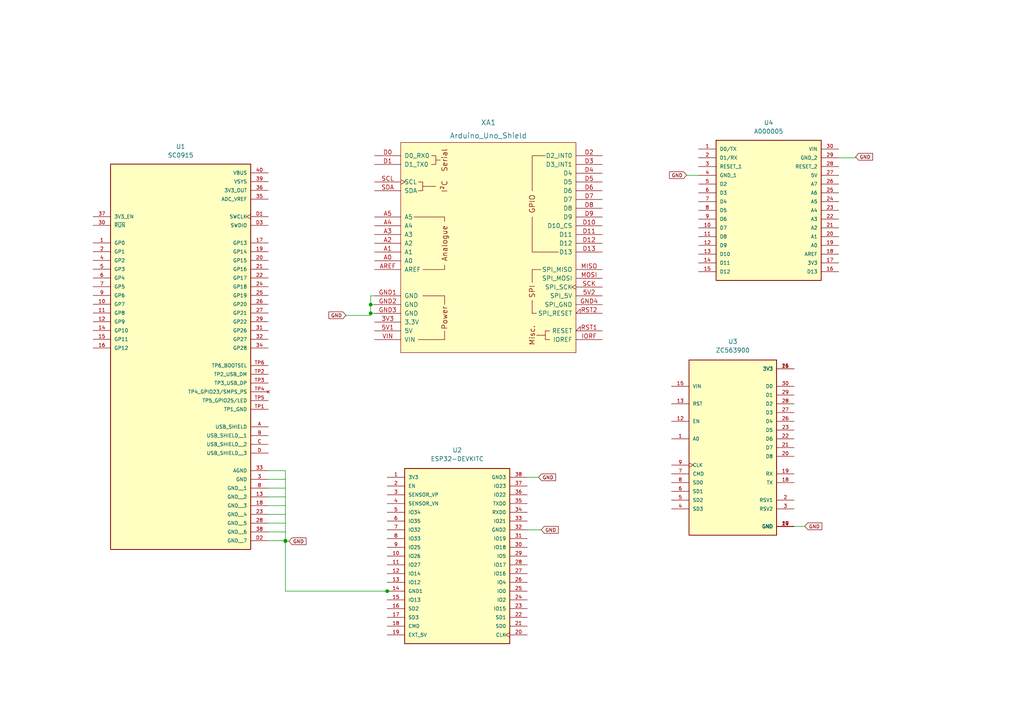
<source format=kicad_sch>
(kicad_sch (version 20211123) (generator eeschema)

  (uuid 2df7122c-9b00-44ca-8943-b51d14346ad9)

  (paper "A4")

  (lib_symbols
    (symbol "Arduino-nano:A000005" (pin_names (offset 1.016)) (in_bom yes) (on_board yes)
      (property "Reference" "U" (id 0) (at -15.2534 21.1154 0)
        (effects (font (size 1.27 1.27)) (justify left bottom))
      )
      (property "Value" "A000005" (id 1) (at -15.2429 -22.8688 0)
        (effects (font (size 1.27 1.27)) (justify left bottom))
      )
      (property "Footprint" "MODULE_A000005" (id 2) (at 0 0 0)
        (effects (font (size 1.27 1.27)) (justify bottom) hide)
      )
      (property "Datasheet" "" (id 3) (at 0 0 0)
        (effects (font (size 1.27 1.27)) hide)
      )
      (property "MANUFACTURER" "Arduino" (id 4) (at 0 0 0)
        (effects (font (size 1.27 1.27)) (justify bottom) hide)
      )
      (property "PARTREV" "23/03/2020" (id 5) (at 0 0 0)
        (effects (font (size 1.27 1.27)) (justify bottom) hide)
      )
      (property "MAXIMUM_PACKAGE_HEIGHT" "N/A" (id 6) (at 0 0 0)
        (effects (font (size 1.27 1.27)) (justify bottom) hide)
      )
      (property "STANDARD" "Manufacturer Recommendations" (id 7) (at 0 0 0)
        (effects (font (size 1.27 1.27)) (justify bottom) hide)
      )
      (symbol "A000005_0_0"
        (rectangle (start -15.24 -20.32) (end 15.24 20.32)
          (stroke (width 0.254) (type default) (color 0 0 0 0))
          (fill (type background))
        )
        (pin bidirectional line (at -20.32 17.78 0) (length 5.08)
          (name "D0/TX" (effects (font (size 1.016 1.016))))
          (number "1" (effects (font (size 1.016 1.016))))
        )
        (pin bidirectional line (at -20.32 -5.08 0) (length 5.08)
          (name "D7" (effects (font (size 1.016 1.016))))
          (number "10" (effects (font (size 1.016 1.016))))
        )
        (pin bidirectional line (at -20.32 -7.62 0) (length 5.08)
          (name "D8" (effects (font (size 1.016 1.016))))
          (number "11" (effects (font (size 1.016 1.016))))
        )
        (pin bidirectional line (at -20.32 -10.16 0) (length 5.08)
          (name "D9" (effects (font (size 1.016 1.016))))
          (number "12" (effects (font (size 1.016 1.016))))
        )
        (pin bidirectional line (at -20.32 -12.7 0) (length 5.08)
          (name "D10" (effects (font (size 1.016 1.016))))
          (number "13" (effects (font (size 1.016 1.016))))
        )
        (pin bidirectional line (at -20.32 -15.24 0) (length 5.08)
          (name "D11" (effects (font (size 1.016 1.016))))
          (number "14" (effects (font (size 1.016 1.016))))
        )
        (pin bidirectional line (at -20.32 -17.78 0) (length 5.08)
          (name "D12" (effects (font (size 1.016 1.016))))
          (number "15" (effects (font (size 1.016 1.016))))
        )
        (pin bidirectional line (at 20.32 -17.78 180) (length 5.08)
          (name "D13" (effects (font (size 1.016 1.016))))
          (number "16" (effects (font (size 1.016 1.016))))
        )
        (pin power_in line (at 20.32 -15.24 180) (length 5.08)
          (name "3V3" (effects (font (size 1.016 1.016))))
          (number "17" (effects (font (size 1.016 1.016))))
        )
        (pin input line (at 20.32 -12.7 180) (length 5.08)
          (name "AREF" (effects (font (size 1.016 1.016))))
          (number "18" (effects (font (size 1.016 1.016))))
        )
        (pin input line (at 20.32 -10.16 180) (length 5.08)
          (name "A0" (effects (font (size 1.016 1.016))))
          (number "19" (effects (font (size 1.016 1.016))))
        )
        (pin bidirectional line (at -20.32 15.24 0) (length 5.08)
          (name "D1/RX" (effects (font (size 1.016 1.016))))
          (number "2" (effects (font (size 1.016 1.016))))
        )
        (pin input line (at 20.32 -7.62 180) (length 5.08)
          (name "A1" (effects (font (size 1.016 1.016))))
          (number "20" (effects (font (size 1.016 1.016))))
        )
        (pin input line (at 20.32 -5.08 180) (length 5.08)
          (name "A2" (effects (font (size 1.016 1.016))))
          (number "21" (effects (font (size 1.016 1.016))))
        )
        (pin input line (at 20.32 -2.54 180) (length 5.08)
          (name "A3" (effects (font (size 1.016 1.016))))
          (number "22" (effects (font (size 1.016 1.016))))
        )
        (pin input line (at 20.32 0 180) (length 5.08)
          (name "A4" (effects (font (size 1.016 1.016))))
          (number "23" (effects (font (size 1.016 1.016))))
        )
        (pin input line (at 20.32 2.54 180) (length 5.08)
          (name "A5" (effects (font (size 1.016 1.016))))
          (number "24" (effects (font (size 1.016 1.016))))
        )
        (pin input line (at 20.32 5.08 180) (length 5.08)
          (name "A6" (effects (font (size 1.016 1.016))))
          (number "25" (effects (font (size 1.016 1.016))))
        )
        (pin input line (at 20.32 7.62 180) (length 5.08)
          (name "A7" (effects (font (size 1.016 1.016))))
          (number "26" (effects (font (size 1.016 1.016))))
        )
        (pin power_in line (at 20.32 10.16 180) (length 5.08)
          (name "5V" (effects (font (size 1.016 1.016))))
          (number "27" (effects (font (size 1.016 1.016))))
        )
        (pin input line (at 20.32 12.7 180) (length 5.08)
          (name "RESET_2" (effects (font (size 1.016 1.016))))
          (number "28" (effects (font (size 1.016 1.016))))
        )
        (pin power_in line (at 20.32 15.24 180) (length 5.08)
          (name "GND_2" (effects (font (size 1.016 1.016))))
          (number "29" (effects (font (size 1.016 1.016))))
        )
        (pin input line (at -20.32 12.7 0) (length 5.08)
          (name "RESET_1" (effects (font (size 1.016 1.016))))
          (number "3" (effects (font (size 1.016 1.016))))
        )
        (pin power_in line (at 20.32 17.78 180) (length 5.08)
          (name "VIN" (effects (font (size 1.016 1.016))))
          (number "30" (effects (font (size 1.016 1.016))))
        )
        (pin power_in line (at -20.32 10.16 0) (length 5.08)
          (name "GND_1" (effects (font (size 1.016 1.016))))
          (number "4" (effects (font (size 1.016 1.016))))
        )
        (pin bidirectional line (at -20.32 7.62 0) (length 5.08)
          (name "D2" (effects (font (size 1.016 1.016))))
          (number "5" (effects (font (size 1.016 1.016))))
        )
        (pin bidirectional line (at -20.32 5.08 0) (length 5.08)
          (name "D3" (effects (font (size 1.016 1.016))))
          (number "6" (effects (font (size 1.016 1.016))))
        )
        (pin bidirectional line (at -20.32 2.54 0) (length 5.08)
          (name "D4" (effects (font (size 1.016 1.016))))
          (number "7" (effects (font (size 1.016 1.016))))
        )
        (pin bidirectional line (at -20.32 0 0) (length 5.08)
          (name "D5" (effects (font (size 1.016 1.016))))
          (number "8" (effects (font (size 1.016 1.016))))
        )
        (pin bidirectional line (at -20.32 -2.54 0) (length 5.08)
          (name "D6" (effects (font (size 1.016 1.016))))
          (number "9" (effects (font (size 1.016 1.016))))
        )
      )
    )
    (symbol "ESP32-DEVKITC:ESP32-DEVKITC" (pin_names (offset 1.016)) (in_bom yes) (on_board yes)
      (property "Reference" "U" (id 0) (at -15.2572 26.0643 0)
        (effects (font (size 1.27 1.27)) (justify left bottom))
      )
      (property "Value" "ESP32-DEVKITC" (id 1) (at -15.2563 -27.9698 0)
        (effects (font (size 1.27 1.27)) (justify left bottom))
      )
      (property "Footprint" "MODULE_ESP32-DEVKITC" (id 2) (at 0 0 0)
        (effects (font (size 1.27 1.27)) (justify bottom) hide)
      )
      (property "Datasheet" "" (id 3) (at 0 0 0)
        (effects (font (size 1.27 1.27)) hide)
      )
      (property "STANDARD" "Manufacturer Recommendations" (id 4) (at 0 0 0)
        (effects (font (size 1.27 1.27)) (justify bottom) hide)
      )
      (property "MANUFACTURER" "ESPRESSIF" (id 5) (at 0 0 0)
        (effects (font (size 1.27 1.27)) (justify bottom) hide)
      )
      (property "PARTREV" "N/A" (id 6) (at 0 0 0)
        (effects (font (size 1.27 1.27)) (justify bottom) hide)
      )
      (symbol "ESP32-DEVKITC_0_0"
        (rectangle (start -15.24 -25.4) (end 15.24 25.4)
          (stroke (width 0.254) (type default) (color 0 0 0 0))
          (fill (type background))
        )
        (pin power_in line (at -20.32 22.86 0) (length 5.08)
          (name "3V3" (effects (font (size 1.016 1.016))))
          (number "1" (effects (font (size 1.016 1.016))))
        )
        (pin bidirectional line (at -20.32 0 0) (length 5.08)
          (name "IO26" (effects (font (size 1.016 1.016))))
          (number "10" (effects (font (size 1.016 1.016))))
        )
        (pin bidirectional line (at -20.32 -2.54 0) (length 5.08)
          (name "IO27" (effects (font (size 1.016 1.016))))
          (number "11" (effects (font (size 1.016 1.016))))
        )
        (pin bidirectional line (at -20.32 -5.08 0) (length 5.08)
          (name "IO14" (effects (font (size 1.016 1.016))))
          (number "12" (effects (font (size 1.016 1.016))))
        )
        (pin bidirectional line (at -20.32 -7.62 0) (length 5.08)
          (name "IO12" (effects (font (size 1.016 1.016))))
          (number "13" (effects (font (size 1.016 1.016))))
        )
        (pin power_in line (at -20.32 -10.16 0) (length 5.08)
          (name "GND1" (effects (font (size 1.016 1.016))))
          (number "14" (effects (font (size 1.016 1.016))))
        )
        (pin bidirectional line (at -20.32 -12.7 0) (length 5.08)
          (name "IO13" (effects (font (size 1.016 1.016))))
          (number "15" (effects (font (size 1.016 1.016))))
        )
        (pin bidirectional line (at -20.32 -15.24 0) (length 5.08)
          (name "SD2" (effects (font (size 1.016 1.016))))
          (number "16" (effects (font (size 1.016 1.016))))
        )
        (pin bidirectional line (at -20.32 -17.78 0) (length 5.08)
          (name "SD3" (effects (font (size 1.016 1.016))))
          (number "17" (effects (font (size 1.016 1.016))))
        )
        (pin bidirectional line (at -20.32 -20.32 0) (length 5.08)
          (name "CMD" (effects (font (size 1.016 1.016))))
          (number "18" (effects (font (size 1.016 1.016))))
        )
        (pin power_in line (at -20.32 -22.86 0) (length 5.08)
          (name "EXT_5V" (effects (font (size 1.016 1.016))))
          (number "19" (effects (font (size 1.016 1.016))))
        )
        (pin input line (at -20.32 20.32 0) (length 5.08)
          (name "EN" (effects (font (size 1.016 1.016))))
          (number "2" (effects (font (size 1.016 1.016))))
        )
        (pin input clock (at 20.32 -22.86 180) (length 5.08)
          (name "CLK" (effects (font (size 1.016 1.016))))
          (number "20" (effects (font (size 1.016 1.016))))
        )
        (pin bidirectional line (at 20.32 -20.32 180) (length 5.08)
          (name "SD0" (effects (font (size 1.016 1.016))))
          (number "21" (effects (font (size 1.016 1.016))))
        )
        (pin bidirectional line (at 20.32 -17.78 180) (length 5.08)
          (name "SD1" (effects (font (size 1.016 1.016))))
          (number "22" (effects (font (size 1.016 1.016))))
        )
        (pin bidirectional line (at 20.32 -15.24 180) (length 5.08)
          (name "IO15" (effects (font (size 1.016 1.016))))
          (number "23" (effects (font (size 1.016 1.016))))
        )
        (pin bidirectional line (at 20.32 -12.7 180) (length 5.08)
          (name "IO2" (effects (font (size 1.016 1.016))))
          (number "24" (effects (font (size 1.016 1.016))))
        )
        (pin bidirectional line (at 20.32 -10.16 180) (length 5.08)
          (name "IO0" (effects (font (size 1.016 1.016))))
          (number "25" (effects (font (size 1.016 1.016))))
        )
        (pin bidirectional line (at 20.32 -7.62 180) (length 5.08)
          (name "IO4" (effects (font (size 1.016 1.016))))
          (number "26" (effects (font (size 1.016 1.016))))
        )
        (pin bidirectional line (at 20.32 -5.08 180) (length 5.08)
          (name "IO16" (effects (font (size 1.016 1.016))))
          (number "27" (effects (font (size 1.016 1.016))))
        )
        (pin bidirectional line (at 20.32 -2.54 180) (length 5.08)
          (name "IO17" (effects (font (size 1.016 1.016))))
          (number "28" (effects (font (size 1.016 1.016))))
        )
        (pin bidirectional line (at 20.32 0 180) (length 5.08)
          (name "IO5" (effects (font (size 1.016 1.016))))
          (number "29" (effects (font (size 1.016 1.016))))
        )
        (pin input line (at -20.32 17.78 0) (length 5.08)
          (name "SENSOR_VP" (effects (font (size 1.016 1.016))))
          (number "3" (effects (font (size 1.016 1.016))))
        )
        (pin bidirectional line (at 20.32 2.54 180) (length 5.08)
          (name "IO18" (effects (font (size 1.016 1.016))))
          (number "30" (effects (font (size 1.016 1.016))))
        )
        (pin bidirectional line (at 20.32 5.08 180) (length 5.08)
          (name "IO19" (effects (font (size 1.016 1.016))))
          (number "31" (effects (font (size 1.016 1.016))))
        )
        (pin power_in line (at 20.32 7.62 180) (length 5.08)
          (name "GND2" (effects (font (size 1.016 1.016))))
          (number "32" (effects (font (size 1.016 1.016))))
        )
        (pin bidirectional line (at 20.32 10.16 180) (length 5.08)
          (name "IO21" (effects (font (size 1.016 1.016))))
          (number "33" (effects (font (size 1.016 1.016))))
        )
        (pin input line (at 20.32 12.7 180) (length 5.08)
          (name "RXD0" (effects (font (size 1.016 1.016))))
          (number "34" (effects (font (size 1.016 1.016))))
        )
        (pin output line (at 20.32 15.24 180) (length 5.08)
          (name "TXD0" (effects (font (size 1.016 1.016))))
          (number "35" (effects (font (size 1.016 1.016))))
        )
        (pin bidirectional line (at 20.32 17.78 180) (length 5.08)
          (name "IO22" (effects (font (size 1.016 1.016))))
          (number "36" (effects (font (size 1.016 1.016))))
        )
        (pin bidirectional line (at 20.32 20.32 180) (length 5.08)
          (name "IO23" (effects (font (size 1.016 1.016))))
          (number "37" (effects (font (size 1.016 1.016))))
        )
        (pin power_in line (at 20.32 22.86 180) (length 5.08)
          (name "GND3" (effects (font (size 1.016 1.016))))
          (number "38" (effects (font (size 1.016 1.016))))
        )
        (pin input line (at -20.32 15.24 0) (length 5.08)
          (name "SENSOR_VN" (effects (font (size 1.016 1.016))))
          (number "4" (effects (font (size 1.016 1.016))))
        )
        (pin bidirectional line (at -20.32 12.7 0) (length 5.08)
          (name "IO34" (effects (font (size 1.016 1.016))))
          (number "5" (effects (font (size 1.016 1.016))))
        )
        (pin bidirectional line (at -20.32 10.16 0) (length 5.08)
          (name "IO35" (effects (font (size 1.016 1.016))))
          (number "6" (effects (font (size 1.016 1.016))))
        )
        (pin bidirectional line (at -20.32 7.62 0) (length 5.08)
          (name "IO32" (effects (font (size 1.016 1.016))))
          (number "7" (effects (font (size 1.016 1.016))))
        )
        (pin bidirectional line (at -20.32 5.08 0) (length 5.08)
          (name "IO33" (effects (font (size 1.016 1.016))))
          (number "8" (effects (font (size 1.016 1.016))))
        )
        (pin bidirectional line (at -20.32 2.54 0) (length 5.08)
          (name "IO25" (effects (font (size 1.016 1.016))))
          (number "9" (effects (font (size 1.016 1.016))))
        )
      )
    )
    (symbol "ESP8266-nodemcu:ZC563900" (pin_names (offset 1.016)) (in_bom yes) (on_board yes)
      (property "Reference" "U" (id 0) (at -12.7 26.035 0)
        (effects (font (size 1.27 1.27)) (justify left bottom))
      )
      (property "Value" "ZC563900" (id 1) (at -12.7 -27.94 0)
        (effects (font (size 1.27 1.27)) (justify left bottom))
      )
      (property "Footprint" "MODULE_ZC563900" (id 2) (at 0 0 0)
        (effects (font (size 1.27 1.27)) (justify bottom) hide)
      )
      (property "Datasheet" "" (id 3) (at 0 0 0)
        (effects (font (size 1.27 1.27)) hide)
      )
      (property "STANDARD" "Manufacturer Recommendations" (id 4) (at 0 0 0)
        (effects (font (size 1.27 1.27)) (justify bottom) hide)
      )
      (property "MAXIMUM_PACKAGE_HEIGHT" "N/A" (id 5) (at 0 0 0)
        (effects (font (size 1.27 1.27)) (justify bottom) hide)
      )
      (property "PARTREV" "1.0" (id 6) (at 0 0 0)
        (effects (font (size 1.27 1.27)) (justify bottom) hide)
      )
      (property "MANUFACTURER" "YKS" (id 7) (at 0 0 0)
        (effects (font (size 1.27 1.27)) (justify bottom) hide)
      )
      (symbol "ZC563900_0_0"
        (rectangle (start -12.7 -25.4) (end 12.7 25.4)
          (stroke (width 0.254) (type default) (color 0 0 0 0))
          (fill (type background))
        )
        (pin input line (at -17.78 2.54 0) (length 5.08)
          (name "A0" (effects (font (size 1.016 1.016))))
          (number "1" (effects (font (size 1.016 1.016))))
        )
        (pin power_in line (at 17.78 -22.86 180) (length 5.08)
          (name "GND" (effects (font (size 1.016 1.016))))
          (number "10" (effects (font (size 1.016 1.016))))
        )
        (pin power_in line (at 17.78 22.86 180) (length 5.08)
          (name "3V3" (effects (font (size 1.016 1.016))))
          (number "11" (effects (font (size 1.016 1.016))))
        )
        (pin input line (at -17.78 7.62 0) (length 5.08)
          (name "EN" (effects (font (size 1.016 1.016))))
          (number "12" (effects (font (size 1.016 1.016))))
        )
        (pin input line (at -17.78 12.7 0) (length 5.08)
          (name "RST" (effects (font (size 1.016 1.016))))
          (number "13" (effects (font (size 1.016 1.016))))
        )
        (pin power_in line (at 17.78 -22.86 180) (length 5.08)
          (name "GND" (effects (font (size 1.016 1.016))))
          (number "14" (effects (font (size 1.016 1.016))))
        )
        (pin input line (at -17.78 17.78 0) (length 5.08)
          (name "VIN" (effects (font (size 1.016 1.016))))
          (number "15" (effects (font (size 1.016 1.016))))
        )
        (pin power_in line (at 17.78 22.86 180) (length 5.08)
          (name "3V3" (effects (font (size 1.016 1.016))))
          (number "16" (effects (font (size 1.016 1.016))))
        )
        (pin power_in line (at 17.78 -22.86 180) (length 5.08)
          (name "GND" (effects (font (size 1.016 1.016))))
          (number "17" (effects (font (size 1.016 1.016))))
        )
        (pin bidirectional line (at 17.78 -10.16 180) (length 5.08)
          (name "TX" (effects (font (size 1.016 1.016))))
          (number "18" (effects (font (size 1.016 1.016))))
        )
        (pin bidirectional line (at 17.78 -7.62 180) (length 5.08)
          (name "RX" (effects (font (size 1.016 1.016))))
          (number "19" (effects (font (size 1.016 1.016))))
        )
        (pin passive line (at 17.78 -15.24 180) (length 5.08)
          (name "RSV1" (effects (font (size 1.016 1.016))))
          (number "2" (effects (font (size 1.016 1.016))))
        )
        (pin bidirectional line (at 17.78 -2.54 180) (length 5.08)
          (name "D8" (effects (font (size 1.016 1.016))))
          (number "20" (effects (font (size 1.016 1.016))))
        )
        (pin bidirectional line (at 17.78 0 180) (length 5.08)
          (name "D7" (effects (font (size 1.016 1.016))))
          (number "21" (effects (font (size 1.016 1.016))))
        )
        (pin bidirectional line (at 17.78 2.54 180) (length 5.08)
          (name "D6" (effects (font (size 1.016 1.016))))
          (number "22" (effects (font (size 1.016 1.016))))
        )
        (pin bidirectional line (at 17.78 5.08 180) (length 5.08)
          (name "D5" (effects (font (size 1.016 1.016))))
          (number "23" (effects (font (size 1.016 1.016))))
        )
        (pin power_in line (at 17.78 -22.86 180) (length 5.08)
          (name "GND" (effects (font (size 1.016 1.016))))
          (number "24" (effects (font (size 1.016 1.016))))
        )
        (pin power_in line (at 17.78 22.86 180) (length 5.08)
          (name "3V3" (effects (font (size 1.016 1.016))))
          (number "25" (effects (font (size 1.016 1.016))))
        )
        (pin bidirectional line (at 17.78 7.62 180) (length 5.08)
          (name "D4" (effects (font (size 1.016 1.016))))
          (number "26" (effects (font (size 1.016 1.016))))
        )
        (pin bidirectional line (at 17.78 10.16 180) (length 5.08)
          (name "D3" (effects (font (size 1.016 1.016))))
          (number "27" (effects (font (size 1.016 1.016))))
        )
        (pin bidirectional line (at 17.78 12.7 180) (length 5.08)
          (name "D2" (effects (font (size 1.016 1.016))))
          (number "28" (effects (font (size 1.016 1.016))))
        )
        (pin bidirectional line (at 17.78 15.24 180) (length 5.08)
          (name "D1" (effects (font (size 1.016 1.016))))
          (number "29" (effects (font (size 1.016 1.016))))
        )
        (pin passive line (at 17.78 -17.78 180) (length 5.08)
          (name "RSV2" (effects (font (size 1.016 1.016))))
          (number "3" (effects (font (size 1.016 1.016))))
        )
        (pin bidirectional line (at 17.78 17.78 180) (length 5.08)
          (name "D0" (effects (font (size 1.016 1.016))))
          (number "30" (effects (font (size 1.016 1.016))))
        )
        (pin bidirectional line (at -17.78 -17.78 0) (length 5.08)
          (name "SD3" (effects (font (size 1.016 1.016))))
          (number "4" (effects (font (size 1.016 1.016))))
        )
        (pin bidirectional line (at -17.78 -15.24 0) (length 5.08)
          (name "SD2" (effects (font (size 1.016 1.016))))
          (number "5" (effects (font (size 1.016 1.016))))
        )
        (pin bidirectional line (at -17.78 -12.7 0) (length 5.08)
          (name "SD1" (effects (font (size 1.016 1.016))))
          (number "6" (effects (font (size 1.016 1.016))))
        )
        (pin input line (at -17.78 -7.62 0) (length 5.08)
          (name "CMD" (effects (font (size 1.016 1.016))))
          (number "7" (effects (font (size 1.016 1.016))))
        )
        (pin bidirectional line (at -17.78 -10.16 0) (length 5.08)
          (name "SD0" (effects (font (size 1.016 1.016))))
          (number "8" (effects (font (size 1.016 1.016))))
        )
        (pin input clock (at -17.78 -5.08 0) (length 5.08)
          (name "CLK" (effects (font (size 1.016 1.016))))
          (number "9" (effects (font (size 1.016 1.016))))
        )
      )
    )
    (symbol "SC0915:SC0915" (pin_names (offset 1.016)) (in_bom yes) (on_board yes)
      (property "Reference" "U" (id 0) (at -20.32 44.069 0)
        (effects (font (size 1.27 1.27)) (justify left bottom))
      )
      (property "Value" "SC0915" (id 1) (at -20.32 -71.12 0)
        (effects (font (size 1.27 1.27)) (justify left bottom))
      )
      (property "Footprint" "MODULE_SC0915" (id 2) (at 0 0 0)
        (effects (font (size 1.27 1.27)) (justify bottom) hide)
      )
      (property "Datasheet" "" (id 3) (at 0 0 0)
        (effects (font (size 1.27 1.27)) hide)
      )
      (property "SNAPEDA_PN" "SC0915" (id 4) (at 0 0 0)
        (effects (font (size 1.27 1.27)) (justify bottom) hide)
      )
      (property "STANDARD" "Manufacturer Recommendations" (id 5) (at 0 0 0)
        (effects (font (size 1.27 1.27)) (justify bottom) hide)
      )
      (property "PARTREV" "1.9" (id 6) (at 0 0 0)
        (effects (font (size 1.27 1.27)) (justify bottom) hide)
      )
      (property "MANUFACTURER" "Pi Supply" (id 7) (at 0 0 0)
        (effects (font (size 1.27 1.27)) (justify bottom) hide)
      )
      (symbol "SC0915_0_0"
        (rectangle (start -20.32 -68.58) (end 20.32 43.18)
          (stroke (width 0.254) (type default) (color 0 0 0 0))
          (fill (type background))
        )
        (pin bidirectional line (at -25.4 20.32 0) (length 5.08)
          (name "GP0" (effects (font (size 1.016 1.016))))
          (number "1" (effects (font (size 1.016 1.016))))
        )
        (pin bidirectional line (at -25.4 2.54 0) (length 5.08)
          (name "GP7" (effects (font (size 1.016 1.016))))
          (number "10" (effects (font (size 1.016 1.016))))
        )
        (pin bidirectional line (at -25.4 0 0) (length 5.08)
          (name "GP8" (effects (font (size 1.016 1.016))))
          (number "11" (effects (font (size 1.016 1.016))))
        )
        (pin bidirectional line (at -25.4 -2.54 0) (length 5.08)
          (name "GP9" (effects (font (size 1.016 1.016))))
          (number "12" (effects (font (size 1.016 1.016))))
        )
        (pin power_in line (at 25.4 -53.34 180) (length 5.08)
          (name "GND__2" (effects (font (size 1.016 1.016))))
          (number "13" (effects (font (size 1.016 1.016))))
        )
        (pin bidirectional line (at -25.4 -5.08 0) (length 5.08)
          (name "GP10" (effects (font (size 1.016 1.016))))
          (number "14" (effects (font (size 1.016 1.016))))
        )
        (pin bidirectional line (at -25.4 -7.62 0) (length 5.08)
          (name "GP11" (effects (font (size 1.016 1.016))))
          (number "15" (effects (font (size 1.016 1.016))))
        )
        (pin bidirectional line (at -25.4 -10.16 0) (length 5.08)
          (name "GP12" (effects (font (size 1.016 1.016))))
          (number "16" (effects (font (size 1.016 1.016))))
        )
        (pin bidirectional line (at 25.4 20.32 180) (length 5.08)
          (name "GP13" (effects (font (size 1.016 1.016))))
          (number "17" (effects (font (size 1.016 1.016))))
        )
        (pin power_in line (at 25.4 -55.88 180) (length 5.08)
          (name "GND__3" (effects (font (size 1.016 1.016))))
          (number "18" (effects (font (size 1.016 1.016))))
        )
        (pin bidirectional line (at 25.4 17.78 180) (length 5.08)
          (name "GP14" (effects (font (size 1.016 1.016))))
          (number "19" (effects (font (size 1.016 1.016))))
        )
        (pin bidirectional line (at -25.4 17.78 0) (length 5.08)
          (name "GP1" (effects (font (size 1.016 1.016))))
          (number "2" (effects (font (size 1.016 1.016))))
        )
        (pin bidirectional line (at 25.4 15.24 180) (length 5.08)
          (name "GP15" (effects (font (size 1.016 1.016))))
          (number "20" (effects (font (size 1.016 1.016))))
        )
        (pin bidirectional line (at 25.4 12.7 180) (length 5.08)
          (name "GP16" (effects (font (size 1.016 1.016))))
          (number "21" (effects (font (size 1.016 1.016))))
        )
        (pin bidirectional line (at 25.4 10.16 180) (length 5.08)
          (name "GP17" (effects (font (size 1.016 1.016))))
          (number "22" (effects (font (size 1.016 1.016))))
        )
        (pin power_in line (at 25.4 -58.42 180) (length 5.08)
          (name "GND__4" (effects (font (size 1.016 1.016))))
          (number "23" (effects (font (size 1.016 1.016))))
        )
        (pin bidirectional line (at 25.4 7.62 180) (length 5.08)
          (name "GP18" (effects (font (size 1.016 1.016))))
          (number "24" (effects (font (size 1.016 1.016))))
        )
        (pin bidirectional line (at 25.4 5.08 180) (length 5.08)
          (name "GP19" (effects (font (size 1.016 1.016))))
          (number "25" (effects (font (size 1.016 1.016))))
        )
        (pin bidirectional line (at 25.4 2.54 180) (length 5.08)
          (name "GP20" (effects (font (size 1.016 1.016))))
          (number "26" (effects (font (size 1.016 1.016))))
        )
        (pin bidirectional line (at 25.4 0 180) (length 5.08)
          (name "GP21" (effects (font (size 1.016 1.016))))
          (number "27" (effects (font (size 1.016 1.016))))
        )
        (pin power_in line (at 25.4 -60.96 180) (length 5.08)
          (name "GND__5" (effects (font (size 1.016 1.016))))
          (number "28" (effects (font (size 1.016 1.016))))
        )
        (pin bidirectional line (at 25.4 -2.54 180) (length 5.08)
          (name "GP22" (effects (font (size 1.016 1.016))))
          (number "29" (effects (font (size 1.016 1.016))))
        )
        (pin power_in line (at 25.4 -48.26 180) (length 5.08)
          (name "GND" (effects (font (size 1.016 1.016))))
          (number "3" (effects (font (size 1.016 1.016))))
        )
        (pin input line (at -25.4 25.4 0) (length 5.08)
          (name "~{RUN}" (effects (font (size 1.016 1.016))))
          (number "30" (effects (font (size 1.016 1.016))))
        )
        (pin bidirectional line (at 25.4 -5.08 180) (length 5.08)
          (name "GP26" (effects (font (size 1.016 1.016))))
          (number "31" (effects (font (size 1.016 1.016))))
        )
        (pin bidirectional line (at 25.4 -7.62 180) (length 5.08)
          (name "GP27" (effects (font (size 1.016 1.016))))
          (number "32" (effects (font (size 1.016 1.016))))
        )
        (pin power_in line (at 25.4 -45.72 180) (length 5.08)
          (name "AGND" (effects (font (size 1.016 1.016))))
          (number "33" (effects (font (size 1.016 1.016))))
        )
        (pin bidirectional line (at 25.4 -10.16 180) (length 5.08)
          (name "GP28" (effects (font (size 1.016 1.016))))
          (number "34" (effects (font (size 1.016 1.016))))
        )
        (pin power_in line (at 25.4 33.02 180) (length 5.08)
          (name "ADC_VREF" (effects (font (size 1.016 1.016))))
          (number "35" (effects (font (size 1.016 1.016))))
        )
        (pin power_in line (at 25.4 35.56 180) (length 5.08)
          (name "3V3_OUT" (effects (font (size 1.016 1.016))))
          (number "36" (effects (font (size 1.016 1.016))))
        )
        (pin input line (at -25.4 27.94 0) (length 5.08)
          (name "3V3_EN" (effects (font (size 1.016 1.016))))
          (number "37" (effects (font (size 1.016 1.016))))
        )
        (pin power_in line (at 25.4 -63.5 180) (length 5.08)
          (name "GND__6" (effects (font (size 1.016 1.016))))
          (number "38" (effects (font (size 1.016 1.016))))
        )
        (pin power_in line (at 25.4 38.1 180) (length 5.08)
          (name "VSYS" (effects (font (size 1.016 1.016))))
          (number "39" (effects (font (size 1.016 1.016))))
        )
        (pin bidirectional line (at -25.4 15.24 0) (length 5.08)
          (name "GP2" (effects (font (size 1.016 1.016))))
          (number "4" (effects (font (size 1.016 1.016))))
        )
        (pin power_in line (at 25.4 40.64 180) (length 5.08)
          (name "VBUS" (effects (font (size 1.016 1.016))))
          (number "40" (effects (font (size 1.016 1.016))))
        )
        (pin bidirectional line (at -25.4 12.7 0) (length 5.08)
          (name "GP3" (effects (font (size 1.016 1.016))))
          (number "5" (effects (font (size 1.016 1.016))))
        )
        (pin bidirectional line (at -25.4 10.16 0) (length 5.08)
          (name "GP4" (effects (font (size 1.016 1.016))))
          (number "6" (effects (font (size 1.016 1.016))))
        )
        (pin bidirectional line (at -25.4 7.62 0) (length 5.08)
          (name "GP5" (effects (font (size 1.016 1.016))))
          (number "7" (effects (font (size 1.016 1.016))))
        )
        (pin power_in line (at 25.4 -50.8 180) (length 5.08)
          (name "GND__1" (effects (font (size 1.016 1.016))))
          (number "8" (effects (font (size 1.016 1.016))))
        )
        (pin bidirectional line (at -25.4 5.08 0) (length 5.08)
          (name "GP6" (effects (font (size 1.016 1.016))))
          (number "9" (effects (font (size 1.016 1.016))))
        )
        (pin power_in line (at 25.4 -33.02 180) (length 5.08)
          (name "USB_SHIELD" (effects (font (size 1.016 1.016))))
          (number "A" (effects (font (size 1.016 1.016))))
        )
        (pin power_in line (at 25.4 -35.56 180) (length 5.08)
          (name "USB_SHIELD__1" (effects (font (size 1.016 1.016))))
          (number "B" (effects (font (size 1.016 1.016))))
        )
        (pin power_in line (at 25.4 -38.1 180) (length 5.08)
          (name "USB_SHIELD__2" (effects (font (size 1.016 1.016))))
          (number "C" (effects (font (size 1.016 1.016))))
        )
        (pin power_in line (at 25.4 -40.64 180) (length 5.08)
          (name "USB_SHIELD__3" (effects (font (size 1.016 1.016))))
          (number "D" (effects (font (size 1.016 1.016))))
        )
        (pin input clock (at 25.4 27.94 180) (length 5.08)
          (name "SWCLK" (effects (font (size 1.016 1.016))))
          (number "D1" (effects (font (size 1.016 1.016))))
        )
        (pin power_in line (at 25.4 -66.04 180) (length 5.08)
          (name "GND__7" (effects (font (size 1.016 1.016))))
          (number "D2" (effects (font (size 1.016 1.016))))
        )
        (pin bidirectional line (at 25.4 25.4 180) (length 5.08)
          (name "SWDIO" (effects (font (size 1.016 1.016))))
          (number "D3" (effects (font (size 1.016 1.016))))
        )
        (pin power_in line (at 25.4 -27.94 180) (length 5.08)
          (name "TP1_GND" (effects (font (size 1.016 1.016))))
          (number "TP1" (effects (font (size 1.016 1.016))))
        )
        (pin bidirectional line (at 25.4 -17.78 180) (length 5.08)
          (name "TP2_USB_DM" (effects (font (size 1.016 1.016))))
          (number "TP2" (effects (font (size 1.016 1.016))))
        )
        (pin bidirectional line (at 25.4 -20.32 180) (length 5.08)
          (name "TP3_USB_DP" (effects (font (size 1.016 1.016))))
          (number "TP3" (effects (font (size 1.016 1.016))))
        )
        (pin no_connect line (at 25.4 -22.86 180) (length 5.08)
          (name "TP4_GPIO23/SMPS_PS" (effects (font (size 1.016 1.016))))
          (number "TP4" (effects (font (size 1.016 1.016))))
        )
        (pin output line (at 25.4 -25.4 180) (length 5.08)
          (name "TP5_GPIO25/LED" (effects (font (size 1.016 1.016))))
          (number "TP5" (effects (font (size 1.016 1.016))))
        )
        (pin input line (at 25.4 -15.24 180) (length 5.08)
          (name "TP6_BOOTSEL" (effects (font (size 1.016 1.016))))
          (number "TP6" (effects (font (size 1.016 1.016))))
        )
      )
    )
    (symbol "arduino:Arduino_Uno_Shield" (pin_names (offset 1.016)) (in_bom yes) (on_board yes)
      (property "Reference" "XA" (id 0) (at 2.54 0 90)
        (effects (font (size 1.524 1.524)))
      )
      (property "Value" "Arduino_Uno_Shield" (id 1) (at -2.54 0 90)
        (effects (font (size 1.524 1.524)))
      )
      (property "Footprint" "Arduino_Library:Arduino_Uno_Shield" (id 2) (at 45.72 95.25 0)
        (effects (font (size 1.524 1.524)) hide)
      )
      (property "Datasheet" "https://docs.arduino.cc/hardware/uno-rev3" (id 3) (at 45.72 95.25 0)
        (effects (font (size 1.524 1.524)) hide)
      )
      (property "ki_keywords" "Arduino MPU Shield" (id 4) (at 0 0 0)
        (effects (font (size 1.27 1.27)) hide)
      )
      (property "ki_description" "Shield for Arduino Uno R3" (id 5) (at 0 0 0)
        (effects (font (size 1.27 1.27)) hide)
      )
      (property "ki_fp_filters" "Arduino_Uno_Shield" (id 6) (at 0 0 0)
        (effects (font (size 1.27 1.27)) hide)
      )
      (symbol "Arduino_Uno_Shield_0_0"
        (rectangle (start -25.4 30.48) (end 25.4 -30.48)
          (stroke (width 0) (type default) (color 0 0 0 0))
          (fill (type background))
        )
        (rectangle (start -20.32 -26.67) (end -12.7 -26.67)
          (stroke (width 0) (type default) (color 0 0 0 0))
          (fill (type none))
        )
        (rectangle (start -19.05 -13.97) (end -12.7 -13.97)
          (stroke (width 0) (type default) (color 0 0 0 0))
          (fill (type none))
        )
        (polyline
          (pts
            (xy -19.05 17.78)
            (xy -15.24 17.78)
          )
          (stroke (width 0) (type default) (color 0 0 0 0))
          (fill (type none))
        )
        (polyline
          (pts
            (xy -15.24 25.4)
            (xy -13.97 25.4)
          )
          (stroke (width 0) (type default) (color 0 0 0 0))
          (fill (type none))
        )
        (polyline
          (pts
            (xy -12.7 -26.67)
            (xy -12.7 -24.13)
          )
          (stroke (width 0) (type default) (color 0 0 0 0))
          (fill (type none))
        )
        (polyline
          (pts
            (xy -12.7 -15.24)
            (xy -12.7 -16.51)
          )
          (stroke (width 0) (type default) (color 0 0 0 0))
          (fill (type none))
        )
        (polyline
          (pts
            (xy -12.7 -13.97)
            (xy -12.7 -15.24)
          )
          (stroke (width 0) (type default) (color 0 0 0 0))
          (fill (type none))
        )
        (polyline
          (pts
            (xy -12.7 -5.08)
            (xy -12.7 -6.35)
            (xy -19.05 -6.35)
          )
          (stroke (width 0) (type default) (color 0 0 0 0))
          (fill (type none))
        )
        (polyline
          (pts
            (xy -12.7 7.62)
            (xy -12.7 8.89)
            (xy -21.59 8.89)
          )
          (stroke (width 0) (type default) (color 0 0 0 0))
          (fill (type none))
        )
        (polyline
          (pts
            (xy 12.7 8.89)
            (xy 12.7 -1.27)
            (xy 20.32 -1.27)
          )
          (stroke (width 0) (type default) (color 0 0 0 0))
          (fill (type none))
        )
        (polyline
          (pts
            (xy 12.7 16.51)
            (xy 12.7 26.67)
            (xy 16.51 26.67)
          )
          (stroke (width 0) (type default) (color 0 0 0 0))
          (fill (type none))
        )
        (polyline
          (pts
            (xy -20.32 19.05)
            (xy -19.05 19.05)
            (xy -19.05 16.51)
            (xy -20.32 16.51)
          )
          (stroke (width 0) (type default) (color 0 0 0 0))
          (fill (type none))
        )
        (polyline
          (pts
            (xy -16.51 26.67)
            (xy -15.24 26.67)
            (xy -15.24 24.13)
            (xy -16.51 24.13)
          )
          (stroke (width 0) (type default) (color 0 0 0 0))
          (fill (type none))
        )
        (rectangle (start 12.7 -19.05) (end 12.7 -15.24)
          (stroke (width 0) (type default) (color 0 0 0 0))
          (fill (type none))
        )
        (rectangle (start 12.7 -10.16) (end 12.7 -6.35)
          (stroke (width 0) (type default) (color 0 0 0 0))
          (fill (type none))
        )
        (rectangle (start 13.97 -19.05) (end 12.7 -19.05)
          (stroke (width 0) (type default) (color 0 0 0 0))
          (fill (type none))
        )
        (rectangle (start 15.24 -6.35) (end 12.7 -6.35)
          (stroke (width 0) (type default) (color 0 0 0 0))
          (fill (type none))
        )
        (rectangle (start 16.51 -25.4) (end 13.97 -25.4)
          (stroke (width 0) (type default) (color 0 0 0 0))
          (fill (type none))
        )
        (rectangle (start 16.51 -24.13) (end 16.51 -26.67)
          (stroke (width 0) (type default) (color 0 0 0 0))
          (fill (type none))
        )
        (rectangle (start 17.78 -26.67) (end 16.51 -26.67)
          (stroke (width 0) (type default) (color 0 0 0 0))
          (fill (type none))
        )
        (rectangle (start 17.78 -24.13) (end 16.51 -24.13)
          (stroke (width 0) (type default) (color 0 0 0 0))
          (fill (type none))
        )
        (text "Analogue" (at -12.7 1.27 900)
          (effects (font (size 1.524 1.524)))
        )
        (text "I²C" (at -12.7 17.78 900)
          (effects (font (size 1.524 1.524)))
        )
        (text "Misc." (at 12.7 -25.4 900)
          (effects (font (size 1.524 1.524)))
        )
        (text "Power" (at -12.7 -20.32 900)
          (effects (font (size 1.524 1.524)))
        )
        (text "Serial" (at -12.7 25.4 900)
          (effects (font (size 1.524 1.524)))
        )
        (text "SPI" (at 12.7 -12.7 900)
          (effects (font (size 1.524 1.524)))
        )
      )
      (symbol "Arduino_Uno_Shield_1_0"
        (text "GPIO" (at 12.7 12.7 900)
          (effects (font (size 1.524 1.524)))
        )
      )
      (symbol "Arduino_Uno_Shield_1_1"
        (pin power_out line (at -33.02 -21.59 0) (length 7.62)
          (name "3.3V" (effects (font (size 1.27 1.27))))
          (number "3V3" (effects (font (size 1.27 1.27))))
        )
        (pin power_in line (at -33.02 -24.13 0) (length 7.62)
          (name "5V" (effects (font (size 1.27 1.27))))
          (number "5V1" (effects (font (size 1.27 1.27))))
        )
        (pin power_in line (at 33.02 -13.97 180) (length 7.62)
          (name "SPI_5V" (effects (font (size 1.27 1.27))))
          (number "5V2" (effects (font (size 1.27 1.27))))
        )
        (pin bidirectional line (at -33.02 -3.81 0) (length 7.62)
          (name "A0" (effects (font (size 1.27 1.27))))
          (number "A0" (effects (font (size 1.27 1.27))))
        )
        (pin bidirectional line (at -33.02 -1.27 0) (length 7.62)
          (name "A1" (effects (font (size 1.27 1.27))))
          (number "A1" (effects (font (size 1.27 1.27))))
        )
        (pin bidirectional line (at -33.02 1.27 0) (length 7.62)
          (name "A2" (effects (font (size 1.27 1.27))))
          (number "A2" (effects (font (size 1.27 1.27))))
        )
        (pin bidirectional line (at -33.02 3.81 0) (length 7.62)
          (name "A3" (effects (font (size 1.27 1.27))))
          (number "A3" (effects (font (size 1.27 1.27))))
        )
        (pin bidirectional line (at -33.02 6.35 0) (length 7.62)
          (name "A4" (effects (font (size 1.27 1.27))))
          (number "A4" (effects (font (size 1.27 1.27))))
        )
        (pin bidirectional line (at -33.02 8.89 0) (length 7.62)
          (name "A5" (effects (font (size 1.27 1.27))))
          (number "A5" (effects (font (size 1.27 1.27))))
        )
        (pin input line (at -33.02 -6.35 0) (length 7.62)
          (name "AREF" (effects (font (size 1.27 1.27))))
          (number "AREF" (effects (font (size 1.27 1.27))))
        )
        (pin bidirectional line (at -33.02 26.67 0) (length 7.62)
          (name "D0_RX0" (effects (font (size 1.27 1.27))))
          (number "D0" (effects (font (size 1.27 1.27))))
        )
        (pin bidirectional line (at -33.02 24.13 0) (length 7.62)
          (name "D1_TX0" (effects (font (size 1.27 1.27))))
          (number "D1" (effects (font (size 1.27 1.27))))
        )
        (pin bidirectional line (at 33.02 6.35 180) (length 7.62)
          (name "D10_CS" (effects (font (size 1.27 1.27))))
          (number "D10" (effects (font (size 1.27 1.27))))
        )
        (pin bidirectional line (at 33.02 3.81 180) (length 7.62)
          (name "D11" (effects (font (size 1.27 1.27))))
          (number "D11" (effects (font (size 1.27 1.27))))
        )
        (pin bidirectional line (at 33.02 1.27 180) (length 7.62)
          (name "D12" (effects (font (size 1.27 1.27))))
          (number "D12" (effects (font (size 1.27 1.27))))
        )
        (pin bidirectional line (at 33.02 -1.27 180) (length 7.62)
          (name "D13" (effects (font (size 1.27 1.27))))
          (number "D13" (effects (font (size 1.27 1.27))))
        )
        (pin bidirectional line (at 33.02 26.67 180) (length 7.62)
          (name "D2_INT0" (effects (font (size 1.27 1.27))))
          (number "D2" (effects (font (size 1.27 1.27))))
        )
        (pin bidirectional line (at 33.02 24.13 180) (length 7.62)
          (name "D3_INT1" (effects (font (size 1.27 1.27))))
          (number "D3" (effects (font (size 1.27 1.27))))
        )
        (pin bidirectional line (at 33.02 21.59 180) (length 7.62)
          (name "D4" (effects (font (size 1.27 1.27))))
          (number "D4" (effects (font (size 1.27 1.27))))
        )
        (pin bidirectional line (at 33.02 19.05 180) (length 7.62)
          (name "D5" (effects (font (size 1.27 1.27))))
          (number "D5" (effects (font (size 1.27 1.27))))
        )
        (pin bidirectional line (at 33.02 16.51 180) (length 7.62)
          (name "D6" (effects (font (size 1.27 1.27))))
          (number "D6" (effects (font (size 1.27 1.27))))
        )
        (pin bidirectional line (at 33.02 13.97 180) (length 7.62)
          (name "D7" (effects (font (size 1.27 1.27))))
          (number "D7" (effects (font (size 1.27 1.27))))
        )
        (pin bidirectional line (at 33.02 11.43 180) (length 7.62)
          (name "D8" (effects (font (size 1.27 1.27))))
          (number "D8" (effects (font (size 1.27 1.27))))
        )
        (pin bidirectional line (at 33.02 8.89 180) (length 7.62)
          (name "D9" (effects (font (size 1.27 1.27))))
          (number "D9" (effects (font (size 1.27 1.27))))
        )
        (pin power_in line (at -33.02 -13.97 0) (length 7.62)
          (name "GND" (effects (font (size 1.27 1.27))))
          (number "GND1" (effects (font (size 1.27 1.27))))
        )
        (pin power_in line (at -33.02 -16.51 0) (length 7.62)
          (name "GND" (effects (font (size 1.27 1.27))))
          (number "GND2" (effects (font (size 1.27 1.27))))
        )
        (pin power_in line (at -33.02 -19.05 0) (length 7.62)
          (name "GND" (effects (font (size 1.27 1.27))))
          (number "GND3" (effects (font (size 1.27 1.27))))
        )
        (pin power_in line (at 33.02 -16.51 180) (length 7.62)
          (name "SPI_GND" (effects (font (size 1.27 1.27))))
          (number "GND4" (effects (font (size 1.27 1.27))))
        )
        (pin output line (at 33.02 -26.67 180) (length 7.62)
          (name "IOREF" (effects (font (size 1.27 1.27))))
          (number "IORF" (effects (font (size 1.27 1.27))))
        )
        (pin input line (at 33.02 -6.35 180) (length 7.62)
          (name "SPI_MISO" (effects (font (size 1.27 1.27))))
          (number "MISO" (effects (font (size 1.27 1.27))))
        )
        (pin output line (at 33.02 -8.89 180) (length 7.62)
          (name "SPI_MOSI" (effects (font (size 1.27 1.27))))
          (number "MOSI" (effects (font (size 1.27 1.27))))
        )
        (pin open_collector input_low (at 33.02 -24.13 180) (length 7.62)
          (name "RESET" (effects (font (size 1.27 1.27))))
          (number "RST1" (effects (font (size 1.27 1.27))))
        )
        (pin open_collector input_low (at 33.02 -19.05 180) (length 7.62)
          (name "SPI_RESET" (effects (font (size 1.27 1.27))))
          (number "RST2" (effects (font (size 1.27 1.27))))
        )
        (pin output clock (at 33.02 -11.43 180) (length 7.62)
          (name "SPI_SCK" (effects (font (size 1.27 1.27))))
          (number "SCK" (effects (font (size 1.27 1.27))))
        )
        (pin bidirectional clock (at -33.02 19.05 0) (length 7.62)
          (name "SCL" (effects (font (size 1.27 1.27))))
          (number "SCL" (effects (font (size 1.27 1.27))))
        )
        (pin bidirectional line (at -33.02 16.51 0) (length 7.62)
          (name "SDA" (effects (font (size 1.27 1.27))))
          (number "SDA" (effects (font (size 1.27 1.27))))
        )
        (pin power_in line (at -33.02 -26.67 0) (length 7.62)
          (name "VIN" (effects (font (size 1.27 1.27))))
          (number "VIN" (effects (font (size 1.27 1.27))))
        )
      )
    )
  )

  (junction (at 112.2934 171.45) (diameter 0) (color 0 0 0 0)
    (uuid 05174a94-1d90-468e-9d36-e7fd5632b2db)
  )
  (junction (at 107.5 90.875) (diameter 0) (color 0 0 0 0)
    (uuid 317c52aa-1042-4922-9167-d87a9ded7e8f)
  )
  (junction (at 82.775 156.825) (diameter 0) (color 0 0 0 0)
    (uuid 991aaefa-2d66-48da-98e0-b4f3d456d102)
  )
  (junction (at 82.775 156.95) (diameter 0) (color 0 0 0 0)
    (uuid c295ee8b-a6ed-4d8a-a9b4-59c48728efaf)
  )
  (junction (at 107.5 88.35) (diameter 0) (color 0 0 0 0)
    (uuid dda7f481-d73e-4553-b51b-926ba742efbe)
  )

  (wire (pts (xy 83.83 156.96) (xy 82.78 156.96))
    (stroke (width 0) (type default) (color 0 0 0 0))
    (uuid 08843ac1-47b4-46e7-9967-ae7bd2d6740a)
  )
  (wire (pts (xy 77.8 154.275) (xy 82.775 154.275))
    (stroke (width 0) (type default) (color 0 0 0 0))
    (uuid 109d292c-db2c-45d2-9b05-a2f9d93ad183)
  )
  (wire (pts (xy 82.775 139.025) (xy 82.775 139.05))
    (stroke (width 0) (type default) (color 0 0 0 0))
    (uuid 175118ab-0eae-4e88-8b6f-71dba0bb3975)
  )
  (wire (pts (xy 152.875 138.425) (xy 156.25 138.425))
    (stroke (width 0) (type default) (color 0 0 0 0))
    (uuid 19ba7318-632f-4168-9cb8-05060fc278fc)
  )
  (wire (pts (xy 107.5 88.35) (xy 107.5 90.875))
    (stroke (width 0) (type default) (color 0 0 0 0))
    (uuid 260181e5-f136-434f-b931-74f2aac4e02a)
  )
  (wire (pts (xy 82.775 146.65) (xy 82.775 146.625))
    (stroke (width 0) (type default) (color 0 0 0 0))
    (uuid 26f96200-2522-4a17-a5a1-bd45eb1592fb)
  )
  (wire (pts (xy 248.15 45.475) (xy 248.15 45.775))
    (stroke (width 0) (type default) (color 0 0 0 0))
    (uuid 307c10b9-11cb-44a8-964e-8de61d8a4d20)
  )
  (wire (pts (xy 100.3 91.475) (xy 107.5 91.475))
    (stroke (width 0) (type default) (color 0 0 0 0))
    (uuid 355efe7d-767a-48fd-b217-69766ff89471)
  )
  (wire (pts (xy 202.625 50.85) (xy 199.15 50.85))
    (stroke (width 0) (type default) (color 0 0 0 0))
    (uuid 3a045725-28dd-44f5-a095-c50c8b7f3a1b)
  )
  (wire (pts (xy 107.5 90.875) (xy 107.5 91.475))
    (stroke (width 0) (type default) (color 0 0 0 0))
    (uuid 4936ab76-f238-43e9-abe7-fd6986771554)
  )
  (wire (pts (xy 230.325 152.675) (xy 233.425 152.675))
    (stroke (width 0) (type default) (color 0 0 0 0))
    (uuid 53c8ec19-9c0b-4606-94b6-69b24cbf7e19)
  )
  (wire (pts (xy 77.775 156.825) (xy 82.775 156.825))
    (stroke (width 0) (type default) (color 0 0 0 0))
    (uuid 5f59644d-aa3a-4b2a-86d0-57afd689d94e)
  )
  (wire (pts (xy 152.925 153.675) (xy 156.95 153.675))
    (stroke (width 0) (type default) (color 0 0 0 0))
    (uuid 696f762d-2fcd-44f5-abe2-3aa21a0b85cc)
  )
  (wire (pts (xy 108.675 85.8) (xy 107.5 85.8))
    (stroke (width 0) (type default) (color 0 0 0 0))
    (uuid 7b18196e-0eb2-4979-b55d-36affdffb660)
  )
  (wire (pts (xy 77.775 151.725) (xy 82.775 151.725))
    (stroke (width 0) (type default) (color 0 0 0 0))
    (uuid 80230eaa-b77f-42b2-b703-14b818e13bd2)
  )
  (wire (pts (xy 77.8 141.575) (xy 82.775 141.575))
    (stroke (width 0) (type default) (color 0 0 0 0))
    (uuid 8039441b-f4c6-4a05-b080-dc4e775a4111)
  )
  (wire (pts (xy 107.5 90.875) (xy 108.675 90.875))
    (stroke (width 0) (type default) (color 0 0 0 0))
    (uuid 8b2a9d1b-4da7-4b6a-a0a5-bd71b7892e83)
  )
  (wire (pts (xy 82.775 149.2) (xy 82.775 149.15))
    (stroke (width 0) (type default) (color 0 0 0 0))
    (uuid 9a2c47c7-ca9d-444d-8e62-0491c0268514)
  )
  (wire (pts (xy 199.15 50.8) (xy 199.15 50.85))
    (stroke (width 0) (type default) (color 0 0 0 0))
    (uuid 9f80e696-f13c-43da-83ef-0ae52bd4a4c4)
  )
  (wire (pts (xy 77.75 146.65) (xy 82.775 146.65))
    (stroke (width 0) (type default) (color 0 0 0 0))
    (uuid a06d5e23-0340-4f18-80db-2ebf514644e5)
  )
  (wire (pts (xy 82.775 156.825) (xy 82.775 156.95))
    (stroke (width 0) (type default) (color 0 0 0 0))
    (uuid a15351b9-558a-46d6-8f1e-52e6756a040a)
  )
  (wire (pts (xy 77.775 144.125) (xy 82.8 144.125))
    (stroke (width 0) (type default) (color 0 0 0 0))
    (uuid a37cd9e8-913e-4de3-a7d0-c80ea8e3226d)
  )
  (wire (pts (xy 107.5 85.8) (xy 107.5 88.35))
    (stroke (width 0) (type default) (color 0 0 0 0))
    (uuid a5b3bec5-dd5a-4464-a008-2b76e596e7b4)
  )
  (wire (pts (xy 112.3 171.45) (xy 112.2934 171.45))
    (stroke (width 0) (type default) (color 0 0 0 0))
    (uuid b7de0051-a46f-4634-9cb4-6a29166192b0)
  )
  (wire (pts (xy 82.775 171.45) (xy 82.775 156.95))
    (stroke (width 0) (type default) (color 0 0 0 0))
    (uuid b8c7b46a-449e-47cb-9fd4-1af4429836c0)
  )
  (wire (pts (xy 77.8 139.025) (xy 82.775 139.025))
    (stroke (width 0) (type default) (color 0 0 0 0))
    (uuid c752d30d-1871-4804-8c29-ccc853c9e571)
  )
  (wire (pts (xy 82.775 154.275) (xy 82.775 154.25))
    (stroke (width 0) (type default) (color 0 0 0 0))
    (uuid cb3e8493-860d-4a8b-91ad-f1c63e1032bd)
  )
  (wire (pts (xy 112.2934 171.45) (xy 82.775 171.45))
    (stroke (width 0) (type default) (color 0 0 0 0))
    (uuid cd85528d-6c31-45ea-933f-250bfcf8694c)
  )
  (wire (pts (xy 77.775 149.2) (xy 82.775 149.2))
    (stroke (width 0) (type default) (color 0 0 0 0))
    (uuid e7e446f6-d043-4901-9b98-fb0c8435399b)
  )
  (wire (pts (xy 108.675 88.35) (xy 107.5 88.35))
    (stroke (width 0) (type default) (color 0 0 0 0))
    (uuid ea7ac73e-6a53-46af-bfc9-70c21321ff6c)
  )
  (wire (pts (xy 77.78 136.5) (xy 82.78 136.5))
    (stroke (width 0) (type default) (color 0 0 0 0))
    (uuid edaa9a2e-341f-4410-8f51-a0fee7018aac)
  )
  (wire (pts (xy 233.425 152.675) (xy 233.425 152.7))
    (stroke (width 0) (type default) (color 0 0 0 0))
    (uuid f13a65ad-f8ce-41d3-877e-ebaade78bea0)
  )
  (wire (pts (xy 82.78 156.96) (xy 82.78 136.5))
    (stroke (width 0) (type default) (color 0 0 0 0))
    (uuid f65897e2-dec4-4115-ba49-5248e6d7791d)
  )
  (wire (pts (xy 82.775 141.575) (xy 82.775 141.55))
    (stroke (width 0) (type default) (color 0 0 0 0))
    (uuid f8219deb-f86d-4cd1-8aaa-dab60c137e81)
  )
  (wire (pts (xy 243.25 45.775) (xy 248.15 45.775))
    (stroke (width 0) (type default) (color 0 0 0 0))
    (uuid fab25cef-550f-4bff-9c64-a9221d972630)
  )

  (global_label "GND" (shape input) (at 199.136 50.8 180) (fields_autoplaced)
    (effects (font (size 1 1)) (justify right))
    (uuid 736c915f-6e6e-4957-9869-e833929e9e8e)
    (property "Intersheet References" "${INTERSHEET_REFS}" (id 0) (at 194.1884 50.8625 0)
      (effects (font (size 1 1)) (justify right) hide)
    )
  )
  (global_label "GND" (shape input) (at 100.33 91.44 180) (fields_autoplaced)
    (effects (font (size 1 1)) (justify right))
    (uuid c17b4a39-dadc-4bb0-a8b4-225abac00ab8)
    (property "Intersheet References" "${INTERSHEET_REFS}" (id 0) (at 95.3824 91.5025 0)
      (effects (font (size 1 1)) (justify right) hide)
    )
  )
  (global_label "GND" (shape input) (at 156.972 153.67 0) (fields_autoplaced)
    (effects (font (size 1 1)) (justify left))
    (uuid cf6b5d4f-eedb-4fa6-b43a-3bca9cc7f5d1)
    (property "Intersheet References" "${INTERSHEET_REFS}" (id 0) (at 161.9196 153.6075 0)
      (effects (font (size 1 1)) (justify left) hide)
    )
  )
  (global_label "GND" (shape input) (at 233.426 152.654 0) (fields_autoplaced)
    (effects (font (size 1 1)) (justify left))
    (uuid d5decbeb-a67e-488b-b158-c800da0c9e99)
    (property "Intersheet References" "${INTERSHEET_REFS}" (id 0) (at 238.3736 152.5915 0)
      (effects (font (size 1 1)) (justify left) hide)
    )
  )
  (global_label "GND" (shape input) (at 248.158 45.466 0) (fields_autoplaced)
    (effects (font (size 1 1)) (justify left))
    (uuid d8d184ca-a650-4906-85ef-32d59a6d80c4)
    (property "Intersheet References" "${INTERSHEET_REFS}" (id 0) (at 253.1056 45.4035 0)
      (effects (font (size 1 1)) (justify left) hide)
    )
  )
  (global_label "GND" (shape input) (at 83.82 156.972 0) (fields_autoplaced)
    (effects (font (size 1 1)) (justify left))
    (uuid f22e5fc6-4bb2-4496-ac71-f6422127e1b2)
    (property "Intersheet References" "${INTERSHEET_REFS}" (id 0) (at 88.7676 156.9095 0)
      (effects (font (size 1 1)) (justify left) hide)
    )
  )
  (global_label "GND" (shape input) (at 156.21 138.43 0) (fields_autoplaced)
    (effects (font (size 1 1)) (justify left))
    (uuid fa6a128d-0957-4f0f-9910-9d54efd0affb)
    (property "Intersheet References" "${INTERSHEET_REFS}" (id 0) (at 161.1576 138.3675 0)
      (effects (font (size 1 1)) (justify left) hide)
    )
  )

  (symbol (lib_id "Arduino-nano:A000005") (at 222.9358 61.0108 0) (unit 1)
    (in_bom yes) (on_board yes) (fields_autoplaced)
    (uuid 027041e2-85a4-4c82-8ba5-7a7f538e78a5)
    (property "Reference" "U4" (id 0) (at 222.9358 35.56 0))
    (property "Value" "A000005" (id 1) (at 222.9358 38.1 0))
    (property "Footprint" "Arduino-nano:MODULE_A000005" (id 2) (at 222.9358 61.0108 0)
      (effects (font (size 1.27 1.27)) (justify bottom) hide)
    )
    (property "Datasheet" "" (id 3) (at 222.9358 61.0108 0)
      (effects (font (size 1.27 1.27)) hide)
    )
    (property "MANUFACTURER" "Arduino" (id 4) (at 222.9358 61.0108 0)
      (effects (font (size 1.27 1.27)) (justify bottom) hide)
    )
    (property "PARTREV" "23/03/2020" (id 5) (at 222.9358 61.0108 0)
      (effects (font (size 1.27 1.27)) (justify bottom) hide)
    )
    (property "MAXIMUM_PACKAGE_HEIGHT" "N/A" (id 6) (at 222.9358 61.0108 0)
      (effects (font (size 1.27 1.27)) (justify bottom) hide)
    )
    (property "STANDARD" "Manufacturer Recommendations" (id 7) (at 222.9358 61.0108 0)
      (effects (font (size 1.27 1.27)) (justify bottom) hide)
    )
    (pin "1" (uuid 7e2f8ed2-d313-465d-8e65-b2599e6f4b55))
    (pin "10" (uuid cd694617-7a65-4815-8138-f8b49f50ea1f))
    (pin "11" (uuid bb93a970-6d8b-425f-87ba-996c908a2fbd))
    (pin "12" (uuid f6f4a932-9849-4796-af31-4a3f6eb090dd))
    (pin "13" (uuid f4870b95-26e1-4225-bc15-60369f861a56))
    (pin "14" (uuid d307a6d4-1e44-41b2-9cbf-fcbf637c64dc))
    (pin "15" (uuid 925b9544-e9fe-457f-8470-9eb3456dfd9a))
    (pin "16" (uuid 3acc118d-7dc6-452e-92b4-cd20f8487986))
    (pin "17" (uuid a2002f86-46ab-4f62-ad9d-eb7e4ab91ca1))
    (pin "18" (uuid 0389f2d2-76c2-47c7-92f9-6b0add9fa9f8))
    (pin "19" (uuid 3ba592a4-f89e-41ed-bebf-1817f29c510c))
    (pin "2" (uuid a674dd37-880a-4d5c-8602-bbd3a3766aeb))
    (pin "20" (uuid fe46700e-f0ea-41d7-9a50-fb7eb7825a38))
    (pin "21" (uuid 0588b3e0-67cb-4cce-a5ba-93fc4bd7b322))
    (pin "22" (uuid d1909756-4803-4d52-9235-e749ac2bd329))
    (pin "23" (uuid 77813842-8b2d-485b-880f-38e89c9453c7))
    (pin "24" (uuid c264be88-36c4-428a-8acf-d926ecbd2e75))
    (pin "25" (uuid 317ab816-4852-4d1f-9c8b-b43e8a446247))
    (pin "26" (uuid e85d9258-365f-4fc5-a338-ade21b1dcdde))
    (pin "27" (uuid cf0c31bf-8113-4f85-ae99-98514bfd3b0f))
    (pin "28" (uuid a239c91d-5c20-4a00-8f1f-617c6d4d2be6))
    (pin "29" (uuid 67cdcb50-e899-43cb-a58d-22ba57e753e3))
    (pin "3" (uuid d3490d27-cc2a-4ca8-a022-246800d4bd95))
    (pin "30" (uuid 8bc8e7c3-1b19-4b8d-810e-bfc932d326cd))
    (pin "4" (uuid 24221a7a-6cc1-4503-9085-abedc4cf5f54))
    (pin "5" (uuid 97a4dc94-e877-4e8e-9c5e-da4aa07d9b0b))
    (pin "6" (uuid d3a4357e-ac2c-4d43-9a2b-3113bde94303))
    (pin "7" (uuid 227e7f3b-955d-4534-bcca-37c1057cee77))
    (pin "8" (uuid 7b069f51-fed5-4543-afd2-0923aaecebfb))
    (pin "9" (uuid 6525fdf5-a063-424f-8790-7b3de8122427))
  )

  (symbol (lib_id "arduino:Arduino_Uno_Shield") (at 141.6558 71.8312 0) (unit 1)
    (in_bom yes) (on_board yes) (fields_autoplaced)
    (uuid 059f1538-703c-48fc-a3ea-b98b9780c76e)
    (property "Reference" "XA1" (id 0) (at 141.6558 35.5346 0)
      (effects (font (size 1.524 1.524)))
    )
    (property "Value" "Arduino_Uno_Shield" (id 1) (at 141.6558 39.3446 0)
      (effects (font (size 1.524 1.524)))
    )
    (property "Footprint" "Module:Arduino_UNO_R3_WithMountingHoles" (id 2) (at 187.3758 -23.4188 0)
      (effects (font (size 1.524 1.524)) hide)
    )
    (property "Datasheet" "https://docs.arduino.cc/hardware/uno-rev3" (id 3) (at 187.3758 -23.4188 0)
      (effects (font (size 1.524 1.524)) hide)
    )
    (pin "3V3" (uuid 36b5dd5e-927c-4629-a8b5-5d1f68610e92))
    (pin "5V1" (uuid 470ec403-7d97-432c-a96a-53cbb51f3627))
    (pin "5V2" (uuid 957c5874-c270-4296-9c44-f48637da0cb4))
    (pin "A0" (uuid 9e79d373-5842-449b-86dc-13a3cca77137))
    (pin "A1" (uuid 3b61f2f1-ea44-4792-a252-ed5d5c9a63a8))
    (pin "A2" (uuid 7289aeb1-57e6-427f-b0e0-467d617e1ec5))
    (pin "A3" (uuid e3208a20-b296-428f-b5e9-75f023ff49f4))
    (pin "A4" (uuid a8489e9b-e871-448f-bffb-b11b78bb6a6b))
    (pin "A5" (uuid 18a63654-e5a6-43e1-8d05-73e812bc2813))
    (pin "AREF" (uuid 0ea3beee-1c5c-4e3d-ac78-115bbe814bd4))
    (pin "D0" (uuid 47045e81-1c5b-44f6-8e4e-6068cce22e22))
    (pin "D1" (uuid 65e123c5-abd1-48c9-a19a-0dec02b74e97))
    (pin "D10" (uuid cecf18b1-7e78-402d-b518-8d26d7f11ff1))
    (pin "D11" (uuid 88162c83-6404-48ce-870c-0140eaaebd3c))
    (pin "D12" (uuid 2c80aad6-6572-47ac-9b47-adf9139ee824))
    (pin "D13" (uuid 26cc35b8-8df3-41d3-a631-37be56d72f1c))
    (pin "D2" (uuid fa1136b9-6ae6-4e44-b5bf-1d17d9a18f52))
    (pin "D3" (uuid 70255092-d2b3-4985-ac29-6b1ae7470e2c))
    (pin "D4" (uuid 5194749a-411a-4903-a2b2-4189572c4ced))
    (pin "D5" (uuid 9830d5fa-c24d-4be9-80ae-4e20be4197c6))
    (pin "D6" (uuid f14890e9-c772-41e9-9171-31b7a8e8c707))
    (pin "D7" (uuid 73b55edb-4b85-4783-9c4b-57db2ccd7dcc))
    (pin "D8" (uuid b9f78b05-d9bd-4ea8-83c7-b2f4c0a9e577))
    (pin "D9" (uuid 270d89a6-a6f0-439d-922e-a5c7f0336760))
    (pin "GND1" (uuid 2741f1d2-fb70-406b-963c-c200744e43b0))
    (pin "GND2" (uuid bcbe61ea-6cf1-491e-8946-be91a9d91c22))
    (pin "GND3" (uuid 6d02f61d-adbf-436e-8695-f3b537478bbf))
    (pin "GND4" (uuid 20060a54-343c-413e-ab48-23d09db9d62f))
    (pin "IORF" (uuid abc236c8-bd83-45e7-8d82-542395cbd459))
    (pin "MISO" (uuid 091a9b44-2f9c-4b57-ad07-0880b0efff1f))
    (pin "MOSI" (uuid 9895ca7e-917a-401c-9a46-dac0f802ac45))
    (pin "RST1" (uuid 840d56bc-bd92-44ce-bce1-f57e861e7033))
    (pin "RST2" (uuid 29ba5d13-ceb2-416b-ac88-87470b0c6790))
    (pin "SCK" (uuid e1fb70a6-8db3-4c13-bcb0-0017f90f7cca))
    (pin "SCL" (uuid 7877fc9e-f93a-4daa-b75d-74d83960c355))
    (pin "SDA" (uuid 63bf1f87-31fa-4c2b-ada5-99fa28aa37f8))
    (pin "VIN" (uuid 06615621-17ea-4a1e-9b86-0bd086ac33b9))
  )

  (symbol (lib_id "ESP8266-nodemcu:ZC563900") (at 212.5472 129.8194 0) (unit 1)
    (in_bom yes) (on_board yes) (fields_autoplaced)
    (uuid 7c4bcb64-a820-4bd6-92f3-7b70e692985c)
    (property "Reference" "U3" (id 0) (at 212.5472 99.06 0))
    (property "Value" "ZC563900" (id 1) (at 212.5472 101.6 0))
    (property "Footprint" "ESP8266-NodeMCU:MODULE_ZC563900" (id 2) (at 212.5472 129.8194 0)
      (effects (font (size 1.27 1.27)) (justify bottom) hide)
    )
    (property "Datasheet" "" (id 3) (at 212.5472 129.8194 0)
      (effects (font (size 1.27 1.27)) hide)
    )
    (property "STANDARD" "Manufacturer Recommendations" (id 4) (at 212.5472 129.8194 0)
      (effects (font (size 1.27 1.27)) (justify bottom) hide)
    )
    (property "MAXIMUM_PACKAGE_HEIGHT" "N/A" (id 5) (at 212.5472 129.8194 0)
      (effects (font (size 1.27 1.27)) (justify bottom) hide)
    )
    (property "PARTREV" "1.0" (id 6) (at 212.5472 129.8194 0)
      (effects (font (size 1.27 1.27)) (justify bottom) hide)
    )
    (property "MANUFACTURER" "YKS" (id 7) (at 212.5472 129.8194 0)
      (effects (font (size 1.27 1.27)) (justify bottom) hide)
    )
    (pin "1" (uuid 211fc226-d11b-4e5e-a9f2-79972dce2376))
    (pin "10" (uuid cc4eddb6-aa29-433b-a886-b498a5fee7c8))
    (pin "11" (uuid ee461748-095b-4c62-807b-068e522a090a))
    (pin "12" (uuid a04921d6-fbd6-4f76-b102-7e5973d48dc7))
    (pin "13" (uuid d79c07b2-92ba-40de-9eda-6b177fd069f2))
    (pin "14" (uuid 2c0d97db-38f3-4790-9c3f-96748e0b684f))
    (pin "15" (uuid 3d1522b2-b947-4664-a0f8-bf70a4720bf3))
    (pin "16" (uuid 5c4dfa61-a166-45c7-8744-7e5d409d01da))
    (pin "17" (uuid b98d74ed-0d0c-4505-9770-c5f6126023fc))
    (pin "18" (uuid a2d3fb5e-b3cb-4774-a1eb-51f9a80be3d2))
    (pin "19" (uuid f29bf626-002d-4a75-b608-fefb224f0c30))
    (pin "2" (uuid d644e02c-00dd-4314-8322-85bf4811bc10))
    (pin "20" (uuid a3dd85e6-ffaf-4968-93e6-cb67fd42c617))
    (pin "21" (uuid 8f2e8ac5-4b27-4a79-b1db-3dba0c94bd11))
    (pin "22" (uuid 169fdfd7-7990-48c8-8359-094b6d575d49))
    (pin "23" (uuid 06209816-66ed-4724-a301-741e3034109f))
    (pin "24" (uuid 621192ac-c44f-4a6b-a79b-7f7262f3fb7e))
    (pin "25" (uuid e015757b-4f9a-4576-aa40-bd59b1543011))
    (pin "26" (uuid dba13018-ce57-4eb7-9f2f-fb6ca524bfd6))
    (pin "27" (uuid f20cd409-0f7b-40ba-b0ad-59916a7db9cb))
    (pin "28" (uuid aa5dc13c-1255-4362-bc50-30fe8d5456c6))
    (pin "29" (uuid f5519f87-ecfd-4283-b86f-efec67ede30f))
    (pin "3" (uuid 575c85a9-7af8-4b09-a2c9-5277d54d6d3d))
    (pin "30" (uuid ca4dbe3e-2d5c-49b7-89f9-227350df45e5))
    (pin "4" (uuid a3b5810f-d779-4f0d-a0d4-7ecae64ca781))
    (pin "5" (uuid 9c563f24-16ec-4396-9239-bda44b0ec64a))
    (pin "6" (uuid a006a353-19ad-4551-9a8c-b7d7ebad77b8))
    (pin "7" (uuid fca22fb1-09f7-4d5c-9bac-f25ad1c31e9c))
    (pin "8" (uuid 58b5be97-7c2d-4e8f-96ae-7ba03a0c6e54))
    (pin "9" (uuid 2840bbcc-212a-493d-a9fd-3d74ffc2f739))
  )

  (symbol (lib_id "SC0915:SC0915") (at 52.4002 90.7796 0) (unit 1)
    (in_bom yes) (on_board yes) (fields_autoplaced)
    (uuid 7d061679-012b-4a98-a5f9-8d98248f199c)
    (property "Reference" "U1" (id 0) (at 52.4002 42.4942 0))
    (property "Value" "SC0915" (id 1) (at 52.4002 45.0342 0))
    (property "Footprint" "Kicad Board Library:MODULE_SC0915" (id 2) (at 52.4002 90.7796 0)
      (effects (font (size 1.27 1.27)) (justify bottom) hide)
    )
    (property "Datasheet" "" (id 3) (at 52.4002 90.7796 0)
      (effects (font (size 1.27 1.27)) hide)
    )
    (property "SNAPEDA_PN" "SC0915" (id 4) (at 52.4002 90.7796 0)
      (effects (font (size 1.27 1.27)) (justify bottom) hide)
    )
    (property "STANDARD" "Manufacturer Recommendations" (id 5) (at 52.4002 90.7796 0)
      (effects (font (size 1.27 1.27)) (justify bottom) hide)
    )
    (property "PARTREV" "1.9" (id 6) (at 52.4002 90.7796 0)
      (effects (font (size 1.27 1.27)) (justify bottom) hide)
    )
    (property "MANUFACTURER" "Pi Supply" (id 7) (at 52.4002 90.7796 0)
      (effects (font (size 1.27 1.27)) (justify bottom) hide)
    )
    (pin "1" (uuid 9cd0a94b-5ade-40ae-af58-e4467198cf03))
    (pin "10" (uuid e5d9c7c3-ccb6-46ed-952a-5fd410e13ef0))
    (pin "11" (uuid cf9d4124-7aa0-4f2b-96b1-4610ede366ef))
    (pin "12" (uuid d65a3d31-3c16-4176-887e-b92b6aa4e291))
    (pin "13" (uuid ff2d46e0-472c-46c9-a28e-9f2673a7c69c))
    (pin "14" (uuid 4d52db07-66d6-4295-a225-7dafcecfcb18))
    (pin "15" (uuid ba2dbe27-8d24-483a-9e7a-bb3ab3d1d23d))
    (pin "16" (uuid 39b11c09-f228-4db7-bc38-33ac39675ed3))
    (pin "17" (uuid c1e86eea-d3f2-4633-b0b0-3d7edc22c23f))
    (pin "18" (uuid 26f407d9-7ae3-4668-b3a4-9cd6c1a2e4ff))
    (pin "19" (uuid f88b6730-2fdc-4f4b-b5e5-fc07a2a4aa77))
    (pin "2" (uuid db5d4634-8f77-4ce8-bfe2-37e845669e3d))
    (pin "20" (uuid c30b5170-45c6-4c02-8194-7275d89d81cb))
    (pin "21" (uuid 828865c6-5f93-48d5-919d-6c6791b54996))
    (pin "22" (uuid b0086ebf-9db4-4f82-a1a7-d56d3f438746))
    (pin "23" (uuid 16b93af6-efc7-49a4-b1ef-b430415f6197))
    (pin "24" (uuid ad689918-53ce-42e7-af1c-e4b50db291d5))
    (pin "25" (uuid 32ff65dd-fd66-4ead-916f-3e50d35e9d3b))
    (pin "26" (uuid 69f379d4-b9c8-498d-a08b-255d95485467))
    (pin "27" (uuid 391687a6-8be0-4167-9ec5-ab7e80d3202a))
    (pin "28" (uuid f27a05ac-10cb-4d37-b68c-1c4134d86437))
    (pin "29" (uuid 68ec80f2-1c54-4aca-8cdc-0ebd0bae8ec7))
    (pin "3" (uuid ddf194cd-7e10-44c7-a895-f14768134e6e))
    (pin "30" (uuid 473a82d9-ce93-4b89-bbcc-19c09e289960))
    (pin "31" (uuid 4307b212-5a9e-46b6-9a21-e679148d2541))
    (pin "32" (uuid 97530ba9-54b9-42dc-a056-5bcbca281c58))
    (pin "33" (uuid 6792802d-ab51-4012-aade-ff4c561cfbcc))
    (pin "34" (uuid cde65a92-9236-4367-8e03-00c2d4ccf0a8))
    (pin "35" (uuid db6b3d37-3f58-455e-891c-813ecda5e073))
    (pin "36" (uuid 006bc868-46fb-41f3-b828-0b3e62a98559))
    (pin "37" (uuid 1ff1947a-4cc8-4cc9-960f-2e8c518a44d0))
    (pin "38" (uuid dc39a23d-8eb4-497d-8400-080d78106955))
    (pin "39" (uuid 7edfa370-db93-4f1b-af2b-f6bd8c56a865))
    (pin "4" (uuid e82fdc3e-deb5-4c92-8da1-2555020e1f03))
    (pin "40" (uuid 12c7fe25-c94a-4cc5-ae5b-dff94158419a))
    (pin "5" (uuid 3b8b40cf-6655-4ec3-88b7-b8b345d07c1e))
    (pin "6" (uuid 155c30d4-f5ca-4d6a-9ab2-92abfd628ccf))
    (pin "7" (uuid 76ef14ad-154f-4d9a-9e08-0d7b793b4fb0))
    (pin "8" (uuid d564f9fe-f47d-45b8-9d7f-f8cd39760eeb))
    (pin "9" (uuid 94c01cee-1c0d-4c2b-82b5-78a7276b2321))
    (pin "A" (uuid a78df294-8751-45a5-b066-9f6784ad2d92))
    (pin "B" (uuid 780d92fb-f185-45a1-9fc3-caac67f1c42b))
    (pin "C" (uuid eac34aea-be86-472c-bb0e-1a5fad0d03da))
    (pin "D" (uuid 632795fb-00a0-489c-a5a3-1d7aacfd6caf))
    (pin "D1" (uuid 83e21bc5-4341-4e33-8eb9-a613852a23e2))
    (pin "D2" (uuid b66d2409-6adb-4318-8767-a3ded6878bf3))
    (pin "D3" (uuid 639ba844-8a48-4e97-9ef8-12ad26b0ab04))
    (pin "TP1" (uuid ad2a2d35-15e3-4be6-bd1c-cf75aa2861a8))
    (pin "TP2" (uuid bf2eaf82-dd95-4beb-bb21-e428ef80e50c))
    (pin "TP3" (uuid e612f4db-9f3a-4c6d-978a-6fdcf9f2655d))
    (pin "TP4" (uuid 3505519a-fafa-4f70-a4db-668535ab609a))
    (pin "TP5" (uuid fd1d0819-042f-4052-b42f-aaf8b4c80102))
    (pin "TP6" (uuid 3a38989a-0e58-470c-a6b3-72592165e056))
  )

  (symbol (lib_id "ESP32-DEVKITC:ESP32-DEVKITC") (at 132.6134 161.29 0) (unit 1)
    (in_bom yes) (on_board yes) (fields_autoplaced)
    (uuid fa3adebc-8be8-4ade-954b-ae9fb63161a8)
    (property "Reference" "U2" (id 0) (at 132.6134 130.556 0))
    (property "Value" "ESP32-DEVKITC" (id 1) (at 132.6134 133.096 0))
    (property "Footprint" "Kicad Board Library:MODULE_ESP32-DEVKITC" (id 2) (at 132.6134 161.29 0)
      (effects (font (size 1.27 1.27)) (justify bottom) hide)
    )
    (property "Datasheet" "" (id 3) (at 132.6134 161.29 0)
      (effects (font (size 1.27 1.27)) hide)
    )
    (property "STANDARD" "Manufacturer Recommendations" (id 4) (at 132.6134 161.29 0)
      (effects (font (size 1.27 1.27)) (justify bottom) hide)
    )
    (property "MANUFACTURER" "ESPRESSIF" (id 5) (at 132.6134 161.29 0)
      (effects (font (size 1.27 1.27)) (justify bottom) hide)
    )
    (property "PARTREV" "N/A" (id 6) (at 132.6134 161.29 0)
      (effects (font (size 1.27 1.27)) (justify bottom) hide)
    )
    (pin "1" (uuid 0b7951b9-d5a7-4c2b-ab46-9916a21a20c6))
    (pin "10" (uuid f17cbac2-bb19-4641-a14c-a65d0f2563af))
    (pin "11" (uuid d87ff114-72f0-4f1b-8d03-dd0dd631d043))
    (pin "12" (uuid 89ebe870-d6c2-400f-8542-d98dd9fcd24e))
    (pin "13" (uuid f3a0a33f-93e1-4aee-aaf8-298f4dc5b7a3))
    (pin "14" (uuid c3e8c791-af71-4229-8ca7-c77c53a87b4e))
    (pin "15" (uuid be17dd9e-88f2-4599-8590-291434fc0478))
    (pin "16" (uuid bffa01de-84e5-49a5-9d3b-b1300a365435))
    (pin "17" (uuid 8d10130e-4760-4ac5-9562-517313242ff4))
    (pin "18" (uuid a027634a-8925-4d74-bbee-75d10dae1ebf))
    (pin "19" (uuid b87b01eb-6a9a-44dd-9e88-fbb8b24b780e))
    (pin "2" (uuid 0e178ef7-dca2-4189-b605-ab3eef44c302))
    (pin "20" (uuid 1107449e-eaa6-4aa6-a8d9-9908e84c75e2))
    (pin "21" (uuid 43e5c26c-b99e-4fe8-a35c-08b19b7a2e12))
    (pin "22" (uuid ee3e1f26-1654-47ea-9972-51ceeaf5e7fb))
    (pin "23" (uuid a68f56a5-3928-4255-bf90-045b52b01c1a))
    (pin "24" (uuid e802d724-3cd7-4aeb-8bf9-b0c1e4fb8aa9))
    (pin "25" (uuid 21ded865-858a-441c-88a5-edd23fd43100))
    (pin "26" (uuid 57f470f0-12b0-4334-9b39-61ce93233a6b))
    (pin "27" (uuid 143bedca-91ca-4e3f-89f2-9a68b1b4921c))
    (pin "28" (uuid ee139ed3-8174-4a95-a47d-10ff28594174))
    (pin "29" (uuid 635fa909-a8dc-4cc8-b0f6-5304e8b4879c))
    (pin "3" (uuid f0ffeec8-a971-42bd-966c-6a8cb5f672cb))
    (pin "30" (uuid 4d913905-70e8-402a-8356-435846a84d58))
    (pin "31" (uuid 3af69026-e86b-4cce-bc47-dad6af319ad5))
    (pin "32" (uuid 5ba12b09-7bb1-4ba5-966f-1c3eadce4bbd))
    (pin "33" (uuid d69dc124-0b3e-4d67-83b9-d15aef1b492b))
    (pin "34" (uuid acd1766e-3f8c-4fae-bd7e-8fc1381a3ab0))
    (pin "35" (uuid 89b6c5fa-8ba0-4af4-948f-b3acbb15ade4))
    (pin "36" (uuid 59b9dd03-06c0-442b-889f-8b545b8677fe))
    (pin "37" (uuid 3683742b-6c4a-45f6-a7a1-d25b1013d94c))
    (pin "38" (uuid 618b63d8-2a95-4d3c-9b12-c91c10356cf6))
    (pin "4" (uuid 9e548efa-62f1-460e-b3f8-d55e8709a8ea))
    (pin "5" (uuid 4665dfa8-52a5-4c90-a496-eda8a925415c))
    (pin "6" (uuid 1bec16c7-777c-4609-b991-2696ff0c8251))
    (pin "7" (uuid e39ddea1-5756-40da-8a9e-c468d8cf00b1))
    (pin "8" (uuid baee6805-3822-4115-bc25-153d5a65353c))
    (pin "9" (uuid 72397bbb-37c2-4352-9b2f-0d9ca8103088))
  )

  (sheet_instances
    (path "/" (page "1"))
  )

  (symbol_instances
    (path "/7d061679-012b-4a98-a5f9-8d98248f199c"
      (reference "U1") (unit 1) (value "SC0915") (footprint "Kicad Board Library:MODULE_SC0915")
    )
    (path "/fa3adebc-8be8-4ade-954b-ae9fb63161a8"
      (reference "U2") (unit 1) (value "ESP32-DEVKITC") (footprint "Kicad Board Library:MODULE_ESP32-DEVKITC")
    )
    (path "/7c4bcb64-a820-4bd6-92f3-7b70e692985c"
      (reference "U3") (unit 1) (value "ZC563900") (footprint "ESP8266-NodeMCU:MODULE_ZC563900")
    )
    (path "/027041e2-85a4-4c82-8ba5-7a7f538e78a5"
      (reference "U4") (unit 1) (value "A000005") (footprint "Arduino-nano:MODULE_A000005")
    )
    (path "/059f1538-703c-48fc-a3ea-b98b9780c76e"
      (reference "XA1") (unit 1) (value "Arduino_Uno_Shield") (footprint "Module:Arduino_UNO_R3_WithMountingHoles")
    )
  )
)

</source>
